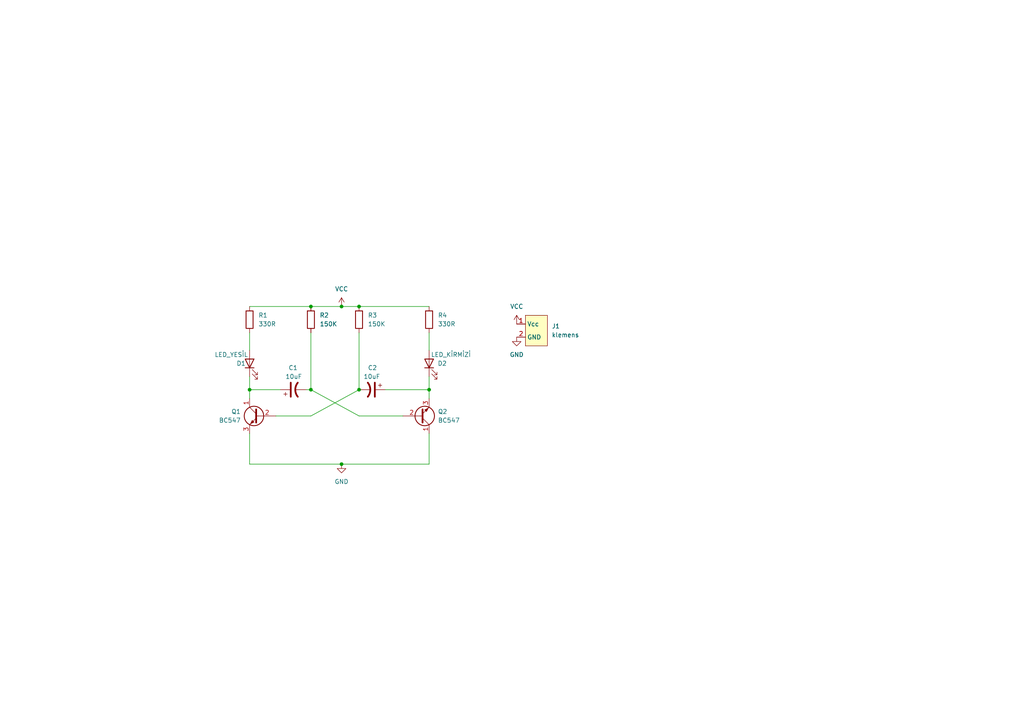
<source format=kicad_sch>
(kicad_sch (version 20211123) (generator eeschema)
  (paper "A4")
  (title_block (title "İlk Projem") (date "2022-09-29") (rev "V0") (company "İlk Adım") (comment 1 "Tünay KAVRAYAN ") (comment 2 "FLİP FLOP ÇİZİMİ"))
  (lib_symbols
    (symbol "Device:C_Polarized_US" (pin_numbers hide) (pin_names (offset 0.254) hide)
      (property "Reference" "C" (at 0.635 2.54 0))
      (property "Value" "C_Polarized_US" (at 0.635 -2.54 0))
      (symbol "C_Polarized_US_0_1"
        (polyline (pts (xy -2.032 0.762) (xy 2.032 0.762)) (stroke (width 0.508)))
        (polyline (pts (xy -1.778 2.286) (xy -0.762 2.286)))
        (polyline (pts (xy -1.27 1.778) (xy -1.27 2.794)))
        (arc (start 2.032 -1.27) (mid 0 -0.5572) (end -2.032 -1.27) (stroke (width 0.508)))
      )
      (symbol "C_Polarized_US_1_1"
        (pin passive line (at 0 3.81 270) (length 2.794) (name "~") (number "1"))
        (pin passive line (at 0 -3.81 90) (length 3.302) (name "~") (number "2"))
      )
    )
    (symbol "Device:LED" (pin_numbers hide) (pin_names (offset 1.016) hide)
      (property "Reference" "D" (at 0 2.54 0))
      (property "Value" "LED" (at 0 -2.54 0))
      (symbol "LED_0_1"
        (polyline (pts (xy -1.27 -1.27) (xy -1.27 1.27)) (stroke (width 0.254)))
        (polyline (pts (xy -1.27 0) (xy 1.27 0)))
        (polyline (pts (xy 1.27 -1.27) (xy 1.27 1.27) (xy -1.27 0) (xy 1.27 -1.27)) (stroke (width 0.254)))
        (polyline (pts (xy -3.048 -0.762) (xy -4.572 -2.286) (xy -3.81 -2.286) (xy -4.572 -2.286) (xy -4.572 -1.524)))
        (polyline (pts (xy -1.778 -0.762) (xy -3.302 -2.286) (xy -2.54 -2.286) (xy -3.302 -2.286) (xy -3.302 -1.524)))
      )
      (symbol "LED_1_1"
        (pin passive line (at -3.81 0 0) (length 2.54) (name "K") (number "1"))
        (pin passive line (at 3.81 0 180) (length 2.54) (name "A") (number "2"))
      )
    )
    (symbol "Device:R" (pin_numbers hide) (pin_names (offset 0))
      (property "Reference" "R" (at 2.032 0 90))
      (property "Value" "R" (at 0 0 90))
      (symbol "R_0_1"
        (rectangle (start -1.016 -2.54) (end 1.016 2.54) (stroke (width 0.254)))
      )
      (symbol "R_1_1"
        (pin passive line (at 0 3.81 270) (length 1.27) (name "~") (number "1"))
        (pin passive line (at 0 -3.81 90) (length 1.27) (name "~") (number "2"))
      )
    )
    (symbol "Transistor_BJT:BC547" (pin_names (offset 0) hide)
      (property "Reference" "Q" (at 5.08 1.905 0))
      (property "Value" "BC547" (at 5.08 0 0))
      (symbol "BC547_0_1"
        (polyline (pts (xy 0 0) (xy 0.635 0)))
        (polyline (pts (xy 0.635 0.635) (xy 2.54 2.54)))
        (polyline (pts (xy 0.635 -0.635) (xy 2.54 -2.54) (xy 2.54 -2.54)))
        (polyline (pts (xy 0.635 1.905) (xy 0.635 -1.905) (xy 0.635 -1.905)) (stroke (width 0.508)))
        (polyline (pts (xy 1.27 -1.778) (xy 1.778 -1.27) (xy 2.286 -2.286) (xy 1.27 -1.778) (xy 1.27 -1.778)) (fill (type outline)))
        (circle (center 1.27 0) (radius 2.8194) (stroke (width 0.254)))
      )
      (symbol "BC547_1_1"
        (pin passive line (at 2.54 5.08 270) (length 2.54) (name "C") (number "1"))
        (pin input line (at -5.08 0 0) (length 5.08) (name "B") (number "2"))
        (pin passive line (at 2.54 -5.08 90) (length 2.54) (name "E") (number "3"))
      )
    )
    (symbol "power:GND" (power) (pin_names (offset 0))
      (property "Value" "GND" (at 0 -3.81 0))
      (symbol "GND_0_1"
        (polyline (pts (xy 0 0) (xy 0 -1.27) (xy 1.27 -1.27) (xy 0 -2.54) (xy -1.27 -1.27) (xy 0 -1.27)))
      )
      (symbol "GND_1_1"
        (pin power_in line (at 0 0 270) (length 0) hide (name "GND") (number "1"))
      )
    )
    (symbol "power:VCC" (power) (pin_names (offset 0))
      (property "Value" "VCC" (at 0 3.81 0))
      (symbol "VCC_0_1"
        (polyline (pts (xy -0.762 1.27) (xy 0 2.54)))
        (polyline (pts (xy 0 0) (xy 0 2.54)))
        (polyline (pts (xy 0 2.54) (xy 0.762 1.27)))
      )
      (symbol "VCC_1_1"
        (pin power_in line (at 0 0 90) (length 0) hide (name "VCC") (number "1"))
      )
    )
    (symbol "power:klemens"
      (property "Reference" "J" (at 8.89 -6.35 0))
      (property "Value" "klemens" (at 10.16 -17.78 0))
      (symbol "klemens_0_1"
        (rectangle (start 7.62 -7.62) (end 13.97 -16.51) (fill (type background)))
      )
      (symbol "klemens_1_1"
        (pin power_out line (at 5.08 -10.16 0) (length 2.54) (name "Vcc") (number "1"))
        (pin power_out line (at 5.08 -13.97 0) (length 2.54) (name "GND") (number "2"))
      )
    )
  )
  (junction (at 104.14 88.9))
  (junction (at 124.46 113.03))
  (junction (at 90.17 113.03))
  (junction (at 72.39 113.03))
  (junction (at 99.06 88.9))
  (junction (at 104.14 113.03))
  (junction (at 99.06 134.62))
  (junction (at 90.17 88.9))
  (wire (pts (xy 72.39 109.22) (xy 72.39 113.03)))
  (wire (pts (xy 111.76 113.03) (xy 124.46 113.03)))
  (wire (pts (xy 72.39 96.52) (xy 72.39 101.6)))
  (wire (pts (xy 72.39 113.03) (xy 81.28 113.03)))
  (wire (pts (xy 124.46 125.73) (xy 124.46 134.62)))
  (wire (pts (xy 124.46 109.22) (xy 124.46 113.03)))
  (wire (pts (xy 99.06 134.62) (xy 124.46 134.62)))
  (wire (pts (xy 124.46 96.52) (xy 124.46 101.6)))
  (wire (pts (xy 72.39 134.62) (xy 99.06 134.62)))
  (wire (pts (xy 104.14 120.65) (xy 90.17 113.03)))
  (wire (pts (xy 90.17 88.9) (xy 99.06 88.9)))
  (wire (pts (xy 90.17 113.03) (xy 88.9 113.03)))
  (wire (pts (xy 104.14 88.9) (xy 124.46 88.9)))
  (wire (pts (xy 104.14 96.52) (xy 104.14 113.03)))
  (wire (pts (xy 99.06 88.9) (xy 104.14 88.9)))
  (wire (pts (xy 90.17 96.52) (xy 90.17 113.03)))
  (wire (pts (xy 72.39 88.9) (xy 90.17 88.9)))
  (wire (pts (xy 80.01 120.65) (xy 90.17 120.65)))
  (wire (pts (xy 72.39 125.73) (xy 72.39 134.62)))
  (wire (pts (xy 72.39 113.03) (xy 72.39 115.57)))
  (wire (pts (xy 124.46 113.03) (xy 124.46 115.57)))
  (wire (pts (xy 90.17 120.65) (xy 104.14 113.03)))
  (wire (pts (xy 104.14 120.65) (xy 116.84 120.65)))
  (symbol (lib_id "Device:R") (at 90.17 92.71 0) (unit 1)
    (property "Reference" "R2" (at 92.71 91.4399 0) (effects (justify left)))
    (property "Value" "150K" (at 92.71 93.9799 0) (effects (justify left)))
    (property "Footprint" "Resistor_THT:R_Axial_DIN0207_L6.3mm_D2.5mm_P7.62mm_Horizontal" (effects hide))
  )
  (symbol (lib_id "Device:R") (at 124.46 92.71 0) (unit 1)
    (property "Reference" "R4" (at 127 91.4399 0) (effects (justify left)))
    (property "Value" "330R" (at 127 93.9799 0) (effects (justify left)))
    (property "Footprint" "Resistor_THT:R_Axial_DIN0207_L6.3mm_D2.5mm_P7.62mm_Horizontal" (effects hide))
  )
  (symbol (lib_id "Device:R") (at 104.14 92.71 0) (unit 1)
    (property "Reference" "R3" (at 106.68 91.4399 0) (effects (justify left)))
    (property "Value" "150K" (at 106.68 93.9799 0) (effects (justify left)))
    (property "Footprint" "Resistor_THT:R_Axial_DIN0207_L6.3mm_D2.5mm_P7.62mm_Horizontal" (effects hide))
  )
  (symbol (lib_id "power:VCC") (at 99.06 88.9 0) (unit 1)
    (property "Reference" "#PWR01" (effects hide))
    (property "Value" "VCC" (at 99.06 83.82 0))
  )
  (symbol (lib_id "power:GND") (at 99.06 134.62 0) (unit 1)
    (property "Reference" "#PWR04" (effects hide))
    (property "Value" "GND" (at 99.06 139.7 0))
  )
  (symbol (lib_id "power:klemens") (at 144.78 83.82 0) (unit 1)
    (property "Reference" "J1" (at 160.02 94.6149 0) (effects (justify left)))
    (property "Value" "klemens" (at 160.02 97.1549 0) (effects (justify left)))
    (property "Footprint" "kutuphane_footprint:klemens" (effects hide))
  )
  (symbol (lib_id "power:GND") (at 149.86 97.79 0) (unit 1)
    (property "Reference" "#PWR03" (effects hide))
    (property "Value" "GND" (at 149.86 102.87 0))
  )
  (symbol (lib_id "Device:LED") (at 72.39 105.41 90) (unit 1)
    (property "Reference" "D1" (at 68.58 105.41 90) (effects (justify right)))
    (property "Value" "LED_YESİL" (at 62.23 102.87 90) (effects (justify right)))
    (property "Footprint" "LED_THT:LED_D5.0mm" (effects hide))
  )
  (symbol (lib_id "power:VCC") (at 149.86 93.98 0) (unit 1)
    (property "Reference" "#PWR02" (effects hide))
    (property "Value" "VCC" (at 149.86 88.9 0))
  )
  (symbol (lib_id "Device:C_Polarized_US") (at 85.09 113.03 90) (unit 1)
    (property "Reference" "C1" (at 86.36 106.68 90) (effects (justify left)))
    (property "Value" "10uF" (at 87.63 109.22 90) (effects (justify left)))
    (property "Footprint" "Capacitor_THT:CP_Radial_D8.0mm_P2.50mm" (effects hide))
  )
  (symbol (lib_id "Transistor_BJT:BC547") (at 74.93 120.65 0) (mirror y) (unit 1)
    (property "Reference" "Q1" (at 69.85 119.3799 0) (effects (justify left)))
    (property "Value" "BC547" (at 69.85 121.9199 0) (effects (justify left)))
    (property "Footprint" "Package_TO_SOT_THT:TO-92_Inline" (effects hide))
    (property "Datasheet" "https://www.onsemi.com/pub/Collateral/BC550-D.pdf" (effects hide))
  )
  (symbol (lib_id "Transistor_BJT:BC547") (at 121.92 120.65 0) (mirror x) (unit 1)
    (property "Reference" "Q2" (at 127 119.3799 0) (effects (justify left)))
    (property "Value" "BC547" (at 127 121.9199 0) (effects (justify left)))
    (property "Footprint" "Package_TO_SOT_THT:TO-92_Inline" (effects hide))
    (property "Datasheet" "https://www.onsemi.com/pub/Collateral/BC550-D.pdf" (effects hide))
  )
  (symbol (lib_id "Device:LED") (at 124.46 105.41 90) (unit 1)
    (property "Reference" "D2" (at 128.27 105.41 90))
    (property "Value" "LED_KİRMİZİ" (at 130.81 102.87 90))
    (property "Footprint" "LED_THT:LED_D5.0mm" (effects hide))
  )
  (symbol (lib_id "Device:R") (at 72.39 92.71 0) (unit 1)
    (property "Reference" "R1" (at 74.93 91.4399 0) (effects (justify left)))
    (property "Value" "330R" (at 74.93 93.9799 0) (effects (justify left)))
    (property "Footprint" "Resistor_THT:R_Axial_DIN0207_L6.3mm_D2.5mm_P7.62mm_Horizontal" (effects hide))
  )
  (symbol (lib_id "Device:C_Polarized_US") (at 107.95 113.03 270) (unit 1)
    (property "Reference" "C2" (at 106.68 106.68 90) (effects (justify left)))
    (property "Value" "10uF" (at 105.41 109.22 90) (effects (justify left)))
    (property "Footprint" "Capacitor_THT:CP_Radial_D8.0mm_P2.50mm" (effects hide))
  )
)
</source>
